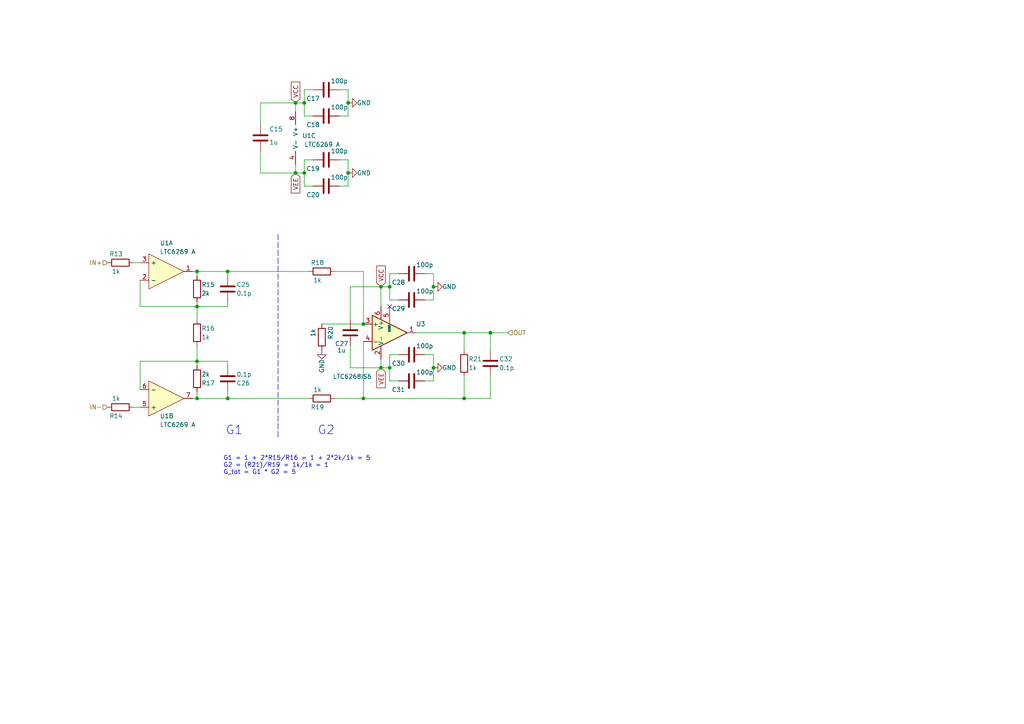
<source format=kicad_sch>
(kicad_sch (version 20230121) (generator eeschema)
  (paper "A4")
  (lib_symbols
    (symbol "Amplifier_Operational:LTC6268xS6-10" (pin_names (offset 0.127))
      (property "Reference" "U" (at 3.81 10.795 0))
      (property "Value" "LTC6268xS6-10" (at 0 13.335 0))
      (symbol "LTC6268xS6-10_1_1"
        (polyline (pts (xy -5.08 5.08) (xy -5.08 -5.08) (xy 5.08 0) (xy -5.08 5.08)) (stroke (width 0.254)) (fill (type background)))
        (pin output line (at 7.62 0 180) (length 2.54) (name "~") (number "1"))
        (pin power_in line (at -2.54 -7.62 90) (length 3.81) (name "V-") (number "2"))
        (pin input line (at -7.62 2.54 0) (length 2.54) (name "+") (number "3"))
        (pin input line (at -7.62 -2.54 0) (length 2.54) (name "-") (number "4"))
        (pin input line (at 0 7.62 270) (length 5.08) (name "~{SHDN}") (number "5"))
        (pin power_in line (at -2.54 7.62 270) (length 3.81) (name "V+") (number "6"))
      )
    )
    (symbol "Amplifier_Operational:LTC6269xMS8E"
      (property "Reference" "U" (at 0 6.35 0))
      (property "Value" "LTC6269xMS8E" (at 0 3.81 0))
      (symbol "LTC6269xMS8E_1_1"
        (polyline (pts (xy -5.08 5.08) (xy 5.08 0) (xy -5.08 -5.08) (xy -5.08 5.08)) (fill (type background)))
        (pin output line (at 7.62 0 180) (length 2.54) (name "~") (number "1"))
        (pin input line (at -7.62 -2.54 0) (length 2.54) (name "-") (number "2"))
        (pin input line (at -7.62 2.54 0) (length 2.54) (name "+") (number "3"))
      )
      (symbol "LTC6269xMS8E_2_1"
        (polyline (pts (xy -5.08 5.08) (xy 5.08 0) (xy -5.08 -5.08) (xy -5.08 5.08)) (fill (type background)))
        (pin input line (at -7.62 2.54 0) (length 2.54) (name "+") (number "5"))
        (pin input line (at -7.62 -2.54 0) (length 2.54) (name "-") (number "6"))
        (pin output line (at 7.62 0 180) (length 2.54) (name "~") (number "7"))
      )
      (symbol "LTC6269xMS8E_3_1"
        (pin power_in line (at -2.54 -7.62 90) (length 3.81) (name "V-") (number "4"))
        (pin power_in line (at -2.54 7.62 270) (length 3.81) (name "V+") (number "8"))
        (pin passive line (at -2.54 -7.62 90) (length 3.81) hide (name "V-") (number "9"))
      )
    )
    (symbol "Device:C" (pin_numbers hide) (pin_names (offset 0.254))
      (property "Reference" "C" (at 0.635 2.54 0))
      (property "Value" "C" (at 0.635 -2.54 0))
      (symbol "C_0_1"
        (polyline (pts (xy -2.032 -0.762) (xy 2.032 -0.762)) (stroke (width 0.508)))
        (polyline (pts (xy -2.032 0.762) (xy 2.032 0.762)) (stroke (width 0.508)))
      )
      (symbol "C_1_1"
        (pin passive line (at 0 3.81 270) (length 2.794) (name "~") (number "1"))
        (pin passive line (at 0 -3.81 90) (length 2.794) (name "~") (number "2"))
      )
    )
    (symbol "Device:R" (pin_numbers hide) (pin_names (offset 0))
      (property "Reference" "R" (at 2.032 0 90))
      (property "Value" "R" (at 0 0 90))
      (symbol "R_0_1"
        (rectangle (start -1.016 -2.54) (end 1.016 2.54) (stroke (width 0.254)))
      )
      (symbol "R_1_1"
        (pin passive line (at 0 3.81 270) (length 1.27) (name "~") (number "1"))
        (pin passive line (at 0 -3.81 90) (length 1.27) (name "~") (number "2"))
      )
    )
    (symbol "power:GND" (power) (pin_names (offset 0))
      (property "Value" "GND" (at 0 -3.81 0))
      (symbol "GND_0_1"
        (polyline (pts (xy 0 0) (xy 0 -1.27) (xy 1.27 -1.27) (xy 0 -2.54) (xy -1.27 -1.27) (xy 0 -1.27)))
      )
      (symbol "GND_1_1"
        (pin power_in line (at 0 0 270) (length 0) hide (name "GND") (number "1"))
      )
    )
  )
  (junction (at 88.265 29.845))
  (junction (at 100.965 29.845))
  (junction (at 57.15 88.9))
  (junction (at 57.15 78.74))
  (junction (at 105.41 93.98))
  (junction (at 105.41 115.57))
  (junction (at 125.73 83.185))
  (junction (at 85.725 50.165))
  (junction (at 113.03 83.185))
  (junction (at 66.04 115.57))
  (junction (at 110.49 106.68))
  (junction (at 142.24 96.52))
  (junction (at 113.03 106.68))
  (junction (at 88.265 50.165))
  (junction (at 100.965 50.165))
  (junction (at 125.73 106.68))
  (junction (at 57.15 115.57))
  (junction (at 110.49 83.185))
  (junction (at 134.62 115.57))
  (junction (at 57.15 104.775))
  (junction (at 85.725 29.845))
  (junction (at 66.04 78.74))
  (junction (at 134.62 96.52))
  (no_connect (at 113.03 88.9))
  (wire (pts (xy 101.6 92.71) (xy 101.6 83.185)))
  (wire (pts (xy 101.6 100.33) (xy 101.6 106.68)))
  (wire (pts (xy 57.15 88.9) (xy 57.15 92.71)))
  (wire (pts (xy 57.15 106.045) (xy 57.15 104.775)))
  (wire (pts (xy 125.73 86.995) (xy 123.19 86.995)))
  (wire (pts (xy 57.15 87.63) (xy 57.15 88.9)))
  (wire (pts (xy 57.15 113.665) (xy 57.15 115.57)))
  (wire (pts (xy 55.88 115.57) (xy 57.15 115.57)))
  (wire (pts (xy 142.24 96.52) (xy 142.24 101.6)))
  (wire (pts (xy 40.64 88.9) (xy 57.15 88.9)))
  (wire (pts (xy 125.73 79.375) (xy 125.73 83.185)))
  (wire (pts (xy 110.49 83.185) (xy 113.03 83.185)))
  (wire (pts (xy 113.03 106.68) (xy 113.03 110.49)))
  (wire (pts (xy 57.15 100.33) (xy 57.15 104.775)))
  (wire (pts (xy 134.62 109.22) (xy 134.62 115.57)))
  (polyline (pts (xy 80.645 67.945) (xy 80.645 127)) (stroke (width 0) (type dash)))
  (wire (pts (xy 101.6 83.185) (xy 110.49 83.185)))
  (wire (pts (xy 40.64 104.775) (xy 57.15 104.775)))
  (wire (pts (xy 134.62 115.57) (xy 142.24 115.57)))
  (wire (pts (xy 88.265 50.165) (xy 88.265 53.975)))
  (wire (pts (xy 85.725 29.845) (xy 88.265 29.845)))
  (wire (pts (xy 100.965 53.975) (xy 98.425 53.975)))
  (wire (pts (xy 125.73 83.185) (xy 125.73 86.995)))
  (wire (pts (xy 88.265 53.975) (xy 90.805 53.975)))
  (wire (pts (xy 75.565 29.845) (xy 85.725 29.845)))
  (wire (pts (xy 93.345 93.98) (xy 105.41 93.98)))
  (wire (pts (xy 134.62 96.52) (xy 142.24 96.52)))
  (wire (pts (xy 90.805 26.035) (xy 88.265 26.035)))
  (wire (pts (xy 66.04 113.665) (xy 66.04 115.57)))
  (wire (pts (xy 38.735 118.11) (xy 40.64 118.11)))
  (wire (pts (xy 88.265 33.655) (xy 90.805 33.655)))
  (wire (pts (xy 110.49 106.68) (xy 113.03 106.68)))
  (wire (pts (xy 57.15 115.57) (xy 66.04 115.57)))
  (wire (pts (xy 100.965 29.845) (xy 100.965 33.655)))
  (wire (pts (xy 120.65 96.52) (xy 134.62 96.52)))
  (wire (pts (xy 113.03 86.995) (xy 115.57 86.995)))
  (wire (pts (xy 125.73 110.49) (xy 123.19 110.49)))
  (wire (pts (xy 66.04 88.9) (xy 66.04 87.63)))
  (wire (pts (xy 57.15 104.775) (xy 66.04 104.775)))
  (wire (pts (xy 134.62 115.57) (xy 105.41 115.57)))
  (wire (pts (xy 110.49 106.68) (xy 110.49 104.14)))
  (wire (pts (xy 123.19 102.87) (xy 125.73 102.87)))
  (wire (pts (xy 85.725 32.385) (xy 85.725 29.845)))
  (wire (pts (xy 88.265 46.355) (xy 90.805 46.355)))
  (wire (pts (xy 100.965 46.355) (xy 100.965 50.165)))
  (wire (pts (xy 38.735 76.2) (xy 40.64 76.2)))
  (wire (pts (xy 105.41 115.57) (xy 105.41 99.06)))
  (wire (pts (xy 85.725 50.165) (xy 88.265 50.165)))
  (wire (pts (xy 134.62 96.52) (xy 134.62 101.6)))
  (wire (pts (xy 142.24 115.57) (xy 142.24 109.22)))
  (wire (pts (xy 97.155 78.74) (xy 105.41 78.74)))
  (wire (pts (xy 100.965 33.655) (xy 98.425 33.655)))
  (wire (pts (xy 113.03 83.185) (xy 113.03 86.995)))
  (wire (pts (xy 100.965 26.035) (xy 100.965 29.845)))
  (wire (pts (xy 97.155 115.57) (xy 105.41 115.57)))
  (wire (pts (xy 40.64 81.28) (xy 40.64 88.9)))
  (wire (pts (xy 75.565 43.815) (xy 75.565 50.165)))
  (wire (pts (xy 142.24 96.52) (xy 147.32 96.52)))
  (wire (pts (xy 88.265 29.845) (xy 88.265 33.655)))
  (wire (pts (xy 100.965 50.165) (xy 100.965 53.975)))
  (wire (pts (xy 125.73 106.68) (xy 125.73 110.49)))
  (wire (pts (xy 105.41 78.74) (xy 105.41 93.98)))
  (wire (pts (xy 55.88 78.74) (xy 57.15 78.74)))
  (wire (pts (xy 75.565 29.845) (xy 75.565 36.195)))
  (wire (pts (xy 113.03 102.87) (xy 113.03 106.68)))
  (wire (pts (xy 57.15 78.74) (xy 66.04 78.74)))
  (wire (pts (xy 57.15 80.01) (xy 57.15 78.74)))
  (wire (pts (xy 98.425 26.035) (xy 100.965 26.035)))
  (wire (pts (xy 66.04 104.775) (xy 66.04 106.045)))
  (wire (pts (xy 113.03 110.49) (xy 115.57 110.49)))
  (wire (pts (xy 66.04 80.01) (xy 66.04 78.74)))
  (wire (pts (xy 113.03 102.87) (xy 115.57 102.87)))
  (wire (pts (xy 101.6 106.68) (xy 110.49 106.68)))
  (wire (pts (xy 115.57 79.375) (xy 113.03 79.375)))
  (wire (pts (xy 113.03 79.375) (xy 113.03 83.185)))
  (wire (pts (xy 110.49 83.185) (xy 110.49 88.9)))
  (wire (pts (xy 88.265 26.035) (xy 88.265 29.845)))
  (wire (pts (xy 57.15 88.9) (xy 66.04 88.9)))
  (wire (pts (xy 123.19 79.375) (xy 125.73 79.375)))
  (wire (pts (xy 88.265 46.355) (xy 88.265 50.165)))
  (wire (pts (xy 40.64 113.03) (xy 40.64 104.775)))
  (wire (pts (xy 66.04 78.74) (xy 89.535 78.74)))
  (wire (pts (xy 85.725 50.165) (xy 85.725 47.625)))
  (wire (pts (xy 66.04 115.57) (xy 89.535 115.57)))
  (wire (pts (xy 75.565 50.165) (xy 85.725 50.165)))
  (wire (pts (xy 98.425 46.355) (xy 100.965 46.355)))
  (wire (pts (xy 125.73 102.87) (xy 125.73 106.68)))
  (text "G2" (at 92.075 126.365 0) (effects (font (size 2.5 2.5)) (justify left bottom)))
  (text "G1" (at 65.405 126.365 0) (effects (font (size 2.5 2.5)) (justify left bottom)))
  (text "G1 = 1 + 2*R15/R16 = 1 + 2*2k/1k = 5\nG2 = (R21)/R19 = 1k/1k = 1\nG_tot = G1 * G2 = 5" (at 64.77 137.795 0) (effects (font (size 1.27 1.27)) (justify left bottom)))
  (global_label "VEE" (shape input) (at 110.49 106.68 270) (property "Intersheetrefs" "${INTERSHEET_REFS}" (effects hide)))
  (global_label "VCC" (shape input) (at 85.725 29.845 90) (property "Intersheetrefs" "${INTERSHEET_REFS}" (effects hide)))
  (global_label "VEE" (shape input) (at 85.725 50.165 270) (property "Intersheetrefs" "${INTERSHEET_REFS}" (effects hide)))
  (global_label "VCC" (shape input) (at 110.49 83.185 90) (property "Intersheetrefs" "${INTERSHEET_REFS}" (effects hide)))
  (hierarchical_label "IN-" (shape input) (at 31.115 118.11 180))
  (hierarchical_label "OUT" (shape input) (at 147.32 96.52 0))
  (hierarchical_label "IN+" (shape input) (at 31.115 76.2 180))
  (symbol (lib_id "Device:R") (at 34.925 76.2 270) (unit 1)
    (property "Reference" "R13" (at 33.655 73.66 90))
    (property "Value" "1k" (at 33.655 78.74 90))
    (property "Footprint" "Resistor_SMD:R_0603_1608Metric" (effects hide))
  )
  (symbol (lib_id "Device:R") (at 57.15 83.82 180) (unit 1)
    (property "Reference" "R15" (at 58.42 82.55 0) (effects (justify right)))
    (property "Value" "2k" (at 58.42 85.09 0) (effects (justify right)))
    (property "Footprint" "Resistor_SMD:R_0603_1608Metric" (effects hide))
  )
  (symbol (lib_id "Device:C") (at 66.04 83.82 0) (unit 1)
    (property "Reference" "C25" (at 68.58 82.55 0) (effects (justify left)))
    (property "Value" "0.1p" (at 68.58 85.09 0) (effects (justify left)))
    (property "Footprint" "Capacitor_SMD:C_0603_1608Metric" (effects hide))
  )
  (symbol (lib_id "Device:R") (at 93.345 78.74 90) (unit 1)
    (property "Reference" "R18" (at 92.075 76.2 90))
    (property "Value" "1k" (at 92.075 81.28 90))
    (property "Footprint" "Resistor_SMD:R_0603_1608Metric" (effects hide))
  )
  (symbol (lib_id "Device:R") (at 93.345 97.79 0) (unit 1)
    (property "Reference" "R20" (at 95.885 96.52 90))
    (property "Value" "1k" (at 90.805 96.52 90))
    (property "Footprint" "Resistor_SMD:R_0603_1608Metric" (effects hide))
  )
  (symbol (lib_id "Device:C") (at 119.38 79.375 270) (unit 1)
    (property "Reference" "C28" (at 115.57 81.915 90))
    (property "Value" "100p" (at 123.19 76.835 90))
    (property "Footprint" "Capacitor_SMD:C_0603_1608Metric" (effects hide))
  )
  (symbol (lib_id "Device:C") (at 119.38 86.995 270) (unit 1)
    (property "Reference" "C29" (at 115.57 89.535 90))
    (property "Value" "100p" (at 123.19 84.455 90))
    (property "Footprint" "Capacitor_SMD:C_0603_1608Metric" (effects hide))
  )
  (symbol (lib_id "Device:C") (at 101.6 96.52 0) (unit 1)
    (property "Reference" "C27" (at 97.155 99.695 0) (effects (justify left)))
    (property "Value" "1u" (at 97.79 101.6 0) (effects (justify left)))
    (property "Footprint" "Capacitor_SMD:C_0603_1608Metric" (effects hide))
  )
  (symbol (lib_id "Device:R") (at 57.15 96.52 180) (unit 1)
    (property "Reference" "R16" (at 58.42 95.25 0) (effects (justify right)))
    (property "Value" "1k" (at 58.42 97.79 0) (effects (justify right)))
    (property "Footprint" "Resistor_SMD:R_0603_1608Metric" (effects hide))
  )
  (symbol (lib_id "Amplifier_Operational:LTC6268xS6-10") (at 113.03 96.52 0) (unit 1)
    (property "Reference" "U3" (at 120.65 93.98 0) (effects (justify left)))
    (property "Value" "LTC6268IS6" (at 96.52 109.22 0) (effects (justify left)))
    (property "Footprint" "Package_TO_SOT_SMD:TSOT-23-6" (effects hide))
    (property "Datasheet" "https://www.analog.com/media/en/technical-documentation/data-sheets/626810f.pdf" (effects hide))
  )
  (symbol (lib_id "Device:C") (at 142.24 105.41 180) (unit 1)
    (property "Reference" "C32" (at 144.78 104.14 0) (effects (justify right)))
    (property "Value" "0.1p" (at 144.78 106.68 0) (effects (justify right)))
    (property "Footprint" "Capacitor_SMD:C_0603_1608Metric" (effects hide))
  )
  (symbol (lib_id "Device:R") (at 134.62 105.41 0) (unit 1)
    (property "Reference" "R21" (at 135.89 104.14 0) (effects (justify left)))
    (property "Value" "1k" (at 135.89 106.68 0) (effects (justify left)))
    (property "Footprint" "Resistor_SMD:R_0603_1608Metric" (effects hide))
  )
  (symbol (lib_id "power:GND") (at 125.73 83.185 90) (unit 1)
    (property "Reference" "#PWR08" (effects hide))
    (property "Value" "GND" (at 128.27 83.185 90) (effects (justify right)))
  )
  (symbol (lib_id "Device:C") (at 119.38 102.87 270) (unit 1)
    (property "Reference" "C30" (at 115.57 105.41 90))
    (property "Value" "100p" (at 123.19 100.33 90))
    (property "Footprint" "Capacitor_SMD:C_0603_1608Metric" (effects hide))
  )
  (symbol (lib_id "Device:C") (at 119.38 110.49 270) (unit 1)
    (property "Reference" "C31" (at 115.57 113.03 90))
    (property "Value" "100p" (at 123.19 107.95 90))
    (property "Footprint" "Capacitor_SMD:C_0603_1608Metric" (effects hide))
  )
  (symbol (lib_id "power:GND") (at 125.73 106.68 90) (unit 1)
    (property "Reference" "#PWR09" (effects hide))
    (property "Value" "GND" (at 128.27 106.68 90) (effects (justify right)))
  )
  (symbol (lib_id "Device:C") (at 94.615 26.035 270) (unit 1)
    (property "Reference" "C17" (at 90.805 28.575 90))
    (property "Value" "100p" (at 98.425 23.495 90))
    (property "Footprint" "Capacitor_SMD:C_0603_1608Metric" (effects hide))
  )
  (symbol (lib_id "Device:C") (at 94.615 33.655 270) (unit 1)
    (property "Reference" "C18" (at 90.805 36.195 90))
    (property "Value" "100p" (at 98.425 31.115 90))
    (property "Footprint" "Capacitor_SMD:C_0603_1608Metric" (effects hide))
  )
  (symbol (lib_id "Device:C") (at 75.565 40.005 0) (unit 1)
    (property "Reference" "C15" (at 78.105 37.465 0) (effects (justify left)))
    (property "Value" "1u" (at 78.105 41.275 0) (effects (justify left)))
    (property "Footprint" "Capacitor_SMD:C_0603_1608Metric" (effects hide))
  )
  (symbol (lib_id "Amplifier_Operational:LTC6269xMS8E") (at 48.26 78.74 0) (unit 1)
    (property "Reference" "U1" (at 46.355 70.485 0) (effects (justify left)))
    (property "Value" "LTC6269 A" (at 46.355 73.025 0) (effects (justify left)))
    (property "Footprint" "Package_SO:MSOP-8-1EP_3x3mm_P0.65mm_EP1.68x1.88mm" (effects hide))
    (property "Datasheet" "https://www.analog.com/media/en/technical-documentation/data-sheets/62689f.pdf" (effects hide))
  )
  (symbol (lib_id "power:GND") (at 100.965 29.845 90) (unit 1)
    (property "Reference" "#PWR03" (effects hide))
    (property "Value" "GND" (at 103.505 29.845 90) (effects (justify right)))
  )
  (symbol (lib_id "Device:C") (at 94.615 46.355 270) (unit 1)
    (property "Reference" "C19" (at 90.805 48.895 90))
    (property "Value" "100p" (at 98.425 43.815 90))
    (property "Footprint" "Capacitor_SMD:C_0603_1608Metric" (effects hide))
  )
  (symbol (lib_id "Device:C") (at 94.615 53.975 270) (unit 1)
    (property "Reference" "C20" (at 90.805 56.515 90))
    (property "Value" "100p" (at 98.425 51.435 90))
    (property "Footprint" "Capacitor_SMD:C_0603_1608Metric" (effects hide))
  )
  (symbol (lib_id "power:GND") (at 100.965 50.165 90) (unit 1)
    (property "Reference" "#PWR04" (effects hide))
    (property "Value" "GND" (at 103.505 50.165 90) (effects (justify right)))
  )
  (symbol (lib_id "power:GND") (at 93.345 101.6 0) (unit 1)
    (property "Reference" "#PWR07" (effects hide))
    (property "Value" "GND" (at 93.345 104.14 90) (effects (justify right)))
  )
  (symbol (lib_id "Device:R") (at 34.925 118.11 270) (mirror x) (unit 1)
    (property "Reference" "R14" (at 33.655 120.65 90))
    (property "Value" "1k" (at 33.655 115.57 90))
    (property "Footprint" "Resistor_SMD:R_0603_1608Metric" (effects hide))
  )
  (symbol (lib_id "Device:R") (at 57.15 109.855 0) (mirror y) (unit 1)
    (property "Reference" "R17" (at 58.42 111.125 0) (effects (justify right)))
    (property "Value" "2k" (at 58.42 108.585 0) (effects (justify right)))
    (property "Footprint" "Resistor_SMD:R_0603_1608Metric" (effects hide))
  )
  (symbol (lib_id "Device:C") (at 66.04 109.855 0) (mirror x) (unit 1)
    (property "Reference" "C26" (at 68.58 111.125 0) (effects (justify left)))
    (property "Value" "0.1p" (at 68.58 108.585 0) (effects (justify left)))
    (property "Footprint" "Capacitor_SMD:C_0603_1608Metric" (effects hide))
  )
  (symbol (lib_id "Device:R") (at 93.345 115.57 90) (mirror x) (unit 1)
    (property "Reference" "R19" (at 92.075 118.11 90))
    (property "Value" "1k" (at 92.075 113.03 90))
    (property "Footprint" "Resistor_SMD:R_0603_1608Metric" (effects hide))
  )
  (symbol (lib_id "Amplifier_Operational:LTC6269xMS8E") (at 48.26 115.57 0) (mirror x) (unit 2)
    (property "Reference" "U1" (at 46.355 120.65 0) (effects (justify left)))
    (property "Value" "LTC6269 A" (at 46.355 123.19 0) (effects (justify left)))
    (property "Footprint" "Package_SO:MSOP-8-1EP_3x3mm_P0.65mm_EP1.68x1.88mm" (effects hide))
    (property "Datasheet" "https://www.analog.com/media/en/technical-documentation/data-sheets/62689f.pdf" (effects hide))
  )
  (symbol (lib_id "Amplifier_Operational:LTC6269xMS8E") (at 88.265 40.005 0) (unit 3)
    (property "Reference" "U1" (at 87.63 39.37 0) (effects (justify left)))
    (property "Value" "LTC6269 A" (at 88.265 41.91 0) (effects (justify left)))
    (property "Footprint" "Package_SO:MSOP-8-1EP_3x3mm_P0.65mm_EP1.68x1.88mm" (effects hide))
    (property "Datasheet" "https://www.analog.com/media/en/technical-documentation/data-sheets/62689f.pdf" (effects hide))
  )
)
</source>
